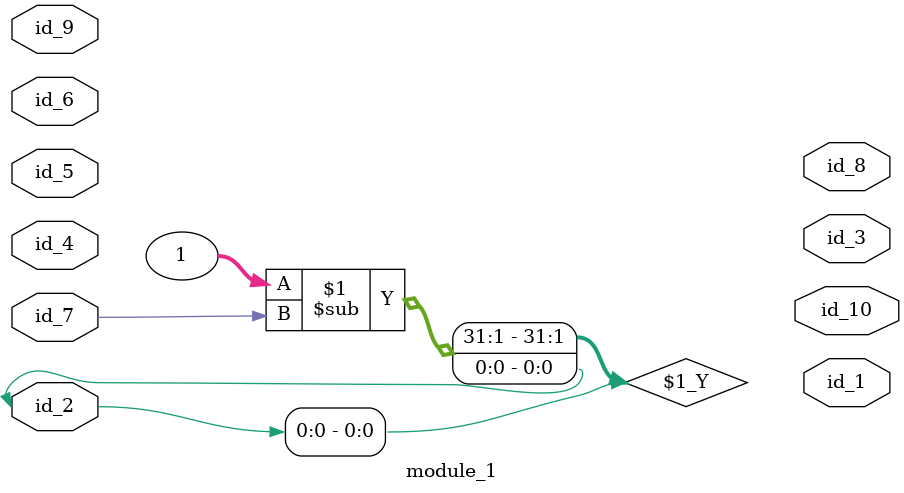
<source format=v>
module module_0;
  wire id_1;
  wire id_3;
  assign id_1 = id_2;
endmodule
module module_1 (
    id_1,
    id_2,
    id_3,
    id_4,
    id_5,
    id_6,
    id_7,
    id_8,
    id_9,
    id_10
);
  output wire id_10;
  inout wire id_9;
  output wire id_8;
  input wire id_7;
  input wire id_6;
  inout wire id_5;
  inout wire id_4;
  output wire id_3;
  inout wire id_2;
  output wire id_1;
  wire id_11;
  wire id_12;
  wire id_13;
  module_0 modCall_1 ();
  assign id_2 = 1 - id_7;
  wire id_14;
endmodule

</source>
